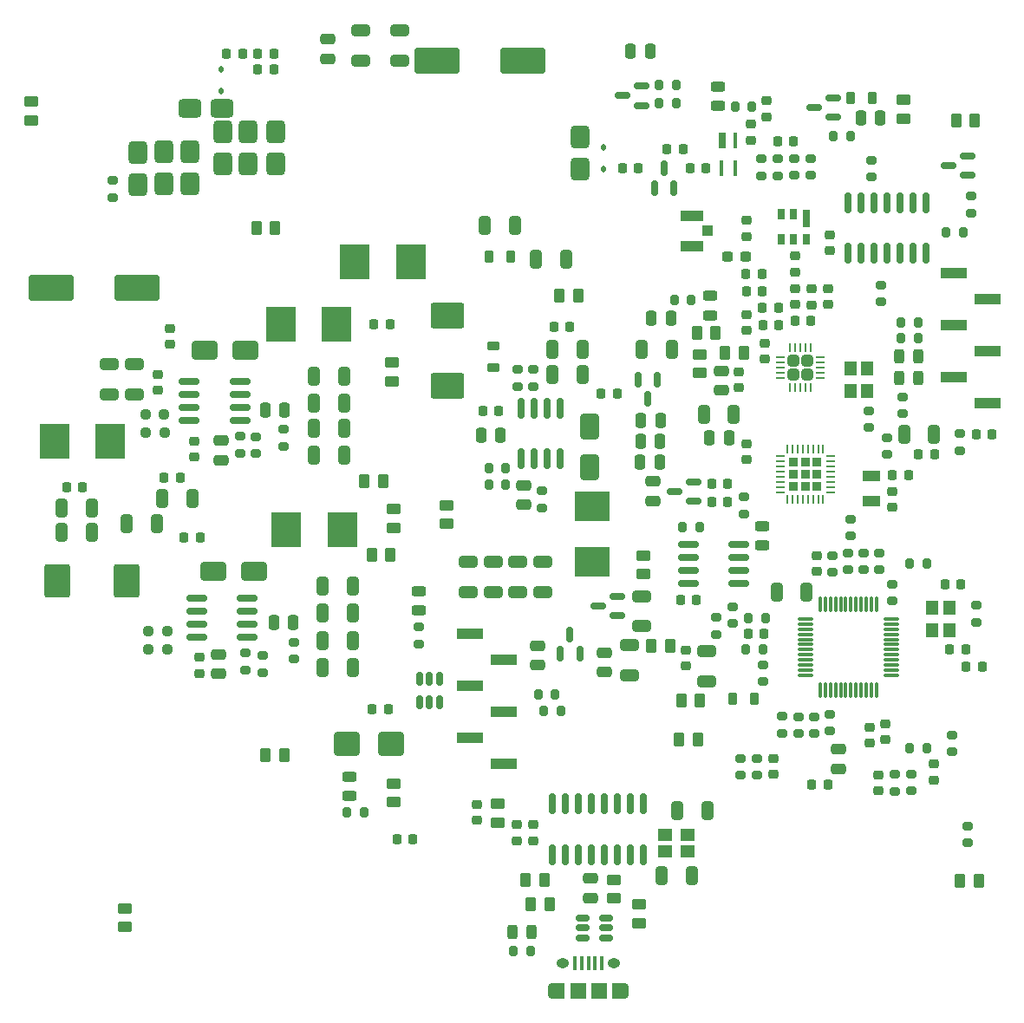
<source format=gtp>
G04 #@! TF.GenerationSoftware,KiCad,Pcbnew,8.0.5-8.0.5-0~ubuntu24.04.1*
G04 #@! TF.CreationDate,2024-10-06T19:53:36+03:00*
G04 #@! TF.ProjectId,TACNPR,5441434e-5052-42e6-9b69-6361645f7063,rev?*
G04 #@! TF.SameCoordinates,Original*
G04 #@! TF.FileFunction,Paste,Top*
G04 #@! TF.FilePolarity,Positive*
%FSLAX46Y46*%
G04 Gerber Fmt 4.6, Leading zero omitted, Abs format (unit mm)*
G04 Created by KiCad (PCBNEW 8.0.5-8.0.5-0~ubuntu24.04.1) date 2024-10-06 19:53:36*
%MOMM*%
%LPD*%
G01*
G04 APERTURE LIST*
G04 Aperture macros list*
%AMRoundRect*
0 Rectangle with rounded corners*
0 $1 Rounding radius*
0 $2 $3 $4 $5 $6 $7 $8 $9 X,Y pos of 4 corners*
0 Add a 4 corners polygon primitive as box body*
4,1,4,$2,$3,$4,$5,$6,$7,$8,$9,$2,$3,0*
0 Add four circle primitives for the rounded corners*
1,1,$1+$1,$2,$3*
1,1,$1+$1,$4,$5*
1,1,$1+$1,$6,$7*
1,1,$1+$1,$8,$9*
0 Add four rect primitives between the rounded corners*
20,1,$1+$1,$2,$3,$4,$5,0*
20,1,$1+$1,$4,$5,$6,$7,0*
20,1,$1+$1,$6,$7,$8,$9,0*
20,1,$1+$1,$8,$9,$2,$3,0*%
G04 Aperture macros list end*
%ADD10RoundRect,0.243750X0.243750X0.456250X-0.243750X0.456250X-0.243750X-0.456250X0.243750X-0.456250X0*%
%ADD11RoundRect,0.243750X0.456250X-0.243750X0.456250X0.243750X-0.456250X0.243750X-0.456250X-0.243750X0*%
%ADD12RoundRect,0.243750X-0.456250X0.243750X-0.456250X-0.243750X0.456250X-0.243750X0.456250X0.243750X0*%
%ADD13RoundRect,0.225000X-0.225000X-0.250000X0.225000X-0.250000X0.225000X0.250000X-0.225000X0.250000X0*%
%ADD14RoundRect,0.200000X0.275000X-0.200000X0.275000X0.200000X-0.275000X0.200000X-0.275000X-0.200000X0*%
%ADD15RoundRect,0.150000X0.825000X0.150000X-0.825000X0.150000X-0.825000X-0.150000X0.825000X-0.150000X0*%
%ADD16RoundRect,0.225000X0.250000X-0.225000X0.250000X0.225000X-0.250000X0.225000X-0.250000X-0.225000X0*%
%ADD17R,2.950000X3.500000*%
%ADD18RoundRect,0.250000X-0.325000X-0.650000X0.325000X-0.650000X0.325000X0.650000X-0.325000X0.650000X0*%
%ADD19RoundRect,0.250000X0.650000X-0.325000X0.650000X0.325000X-0.650000X0.325000X-0.650000X-0.325000X0*%
%ADD20RoundRect,0.225000X-0.250000X0.225000X-0.250000X-0.225000X0.250000X-0.225000X0.250000X0.225000X0*%
%ADD21RoundRect,0.250000X-0.475000X0.250000X-0.475000X-0.250000X0.475000X-0.250000X0.475000X0.250000X0*%
%ADD22RoundRect,0.250000X1.000000X0.650000X-1.000000X0.650000X-1.000000X-0.650000X1.000000X-0.650000X0*%
%ADD23RoundRect,0.237500X0.250000X0.237500X-0.250000X0.237500X-0.250000X-0.237500X0.250000X-0.237500X0*%
%ADD24RoundRect,0.200000X-0.275000X0.200000X-0.275000X-0.200000X0.275000X-0.200000X0.275000X0.200000X0*%
%ADD25RoundRect,0.150000X-0.825000X-0.150000X0.825000X-0.150000X0.825000X0.150000X-0.825000X0.150000X0*%
%ADD26RoundRect,0.250000X0.325000X0.650000X-0.325000X0.650000X-0.325000X-0.650000X0.325000X-0.650000X0*%
%ADD27RoundRect,0.250000X0.250000X0.475000X-0.250000X0.475000X-0.250000X-0.475000X0.250000X-0.475000X0*%
%ADD28RoundRect,0.225000X0.225000X0.250000X-0.225000X0.250000X-0.225000X-0.250000X0.225000X-0.250000X0*%
%ADD29R,3.500000X2.950000*%
%ADD30RoundRect,0.150000X-0.150000X0.825000X-0.150000X-0.825000X0.150000X-0.825000X0.150000X0.825000X0*%
%ADD31RoundRect,0.200000X0.200000X0.275000X-0.200000X0.275000X-0.200000X-0.275000X0.200000X-0.275000X0*%
%ADD32RoundRect,0.200000X-0.200000X-0.275000X0.200000X-0.275000X0.200000X0.275000X-0.200000X0.275000X0*%
%ADD33RoundRect,0.237500X-0.250000X-0.237500X0.250000X-0.237500X0.250000X0.237500X-0.250000X0.237500X0*%
%ADD34RoundRect,0.250000X0.450000X-0.262500X0.450000X0.262500X-0.450000X0.262500X-0.450000X-0.262500X0*%
%ADD35RoundRect,0.150000X0.150000X-0.512500X0.150000X0.512500X-0.150000X0.512500X-0.150000X-0.512500X0*%
%ADD36RoundRect,0.250000X-1.950000X-1.000000X1.950000X-1.000000X1.950000X1.000000X-1.950000X1.000000X0*%
%ADD37RoundRect,0.250000X-0.250000X-0.475000X0.250000X-0.475000X0.250000X0.475000X-0.250000X0.475000X0*%
%ADD38RoundRect,0.250000X-0.650000X0.325000X-0.650000X-0.325000X0.650000X-0.325000X0.650000X0.325000X0*%
%ADD39RoundRect,0.250000X0.650000X-1.000000X0.650000X1.000000X-0.650000X1.000000X-0.650000X-1.000000X0*%
%ADD40RoundRect,0.250000X0.262500X0.450000X-0.262500X0.450000X-0.262500X-0.450000X0.262500X-0.450000X0*%
%ADD41RoundRect,0.250000X-0.450000X0.262500X-0.450000X-0.262500X0.450000X-0.262500X0.450000X0.262500X0*%
%ADD42RoundRect,0.250000X0.475000X-0.250000X0.475000X0.250000X-0.475000X0.250000X-0.475000X-0.250000X0*%
%ADD43RoundRect,0.150000X0.587500X0.150000X-0.587500X0.150000X-0.587500X-0.150000X0.587500X-0.150000X0*%
%ADD44RoundRect,0.250000X-0.315000X0.315000X-0.315000X-0.315000X0.315000X-0.315000X0.315000X0.315000X0*%
%ADD45RoundRect,0.062500X-0.062500X0.362500X-0.062500X-0.362500X0.062500X-0.362500X0.062500X0.362500X0*%
%ADD46RoundRect,0.062500X-0.362500X0.062500X-0.362500X-0.062500X0.362500X-0.062500X0.362500X0.062500X0*%
%ADD47R,1.400000X1.150000*%
%ADD48RoundRect,0.150000X0.512500X0.150000X-0.512500X0.150000X-0.512500X-0.150000X0.512500X-0.150000X0*%
%ADD49RoundRect,0.150000X0.150000X-0.825000X0.150000X0.825000X-0.150000X0.825000X-0.150000X-0.825000X0*%
%ADD50RoundRect,0.250000X-0.262500X-0.450000X0.262500X-0.450000X0.262500X0.450000X-0.262500X0.450000X0*%
%ADD51RoundRect,0.218750X0.381250X-0.218750X0.381250X0.218750X-0.381250X0.218750X-0.381250X-0.218750X0*%
%ADD52RoundRect,0.340200X-0.559800X0.759800X-0.559800X-0.759800X0.559800X-0.759800X0.559800X0.759800X0*%
%ADD53RoundRect,0.112500X0.112500X-0.187500X0.112500X0.187500X-0.112500X0.187500X-0.112500X-0.187500X0*%
%ADD54RoundRect,0.218750X0.218750X0.256250X-0.218750X0.256250X-0.218750X-0.256250X0.218750X-0.256250X0*%
%ADD55RoundRect,0.150000X0.150000X-0.587500X0.150000X0.587500X-0.150000X0.587500X-0.150000X-0.587500X0*%
%ADD56R,2.510000X1.000000*%
%ADD57RoundRect,0.218750X-0.256250X0.218750X-0.256250X-0.218750X0.256250X-0.218750X0.256250X0.218750X0*%
%ADD58R,0.400000X1.500000*%
%ADD59R,0.770000X1.500000*%
%ADD60RoundRect,0.112500X-0.112500X0.187500X-0.112500X-0.187500X0.112500X-0.187500X0.112500X0.187500X0*%
%ADD61RoundRect,0.218750X-0.218750X-0.381250X0.218750X-0.381250X0.218750X0.381250X-0.218750X0.381250X0*%
%ADD62RoundRect,0.150000X-0.150000X0.587500X-0.150000X-0.587500X0.150000X-0.587500X0.150000X0.587500X0*%
%ADD63RoundRect,0.237500X0.300000X0.237500X-0.300000X0.237500X-0.300000X-0.237500X0.300000X-0.237500X0*%
%ADD64RoundRect,0.218750X-0.218750X-0.256250X0.218750X-0.256250X0.218750X0.256250X-0.218750X0.256250X0*%
%ADD65R,1.150000X1.400000*%
%ADD66R,0.650000X1.750000*%
%ADD67R,0.650000X1.000000*%
%ADD68RoundRect,0.218750X0.218750X0.381250X-0.218750X0.381250X-0.218750X-0.381250X0.218750X-0.381250X0*%
%ADD69RoundRect,0.250000X1.000000X-1.400000X1.000000X1.400000X-1.000000X1.400000X-1.000000X-1.400000X0*%
%ADD70RoundRect,0.250000X1.400000X1.000000X-1.400000X1.000000X-1.400000X-1.000000X1.400000X-1.000000X0*%
%ADD71RoundRect,0.340200X-0.759800X-0.559800X0.759800X-0.559800X0.759800X0.559800X-0.759800X0.559800X0*%
%ADD72RoundRect,0.340200X0.559800X-0.759800X0.559800X0.759800X-0.559800X0.759800X-0.559800X-0.759800X0*%
%ADD73R,1.050000X1.000000*%
%ADD74R,2.200000X1.050000*%
%ADD75O,0.890000X1.550000*%
%ADD76O,1.250000X0.950000*%
%ADD77R,0.400000X1.350000*%
%ADD78R,1.200000X1.550000*%
%ADD79R,1.500000X1.550000*%
%ADD80RoundRect,0.250000X1.000000X0.900000X-1.000000X0.900000X-1.000000X-0.900000X1.000000X-0.900000X0*%
%ADD81R,1.800000X1.000000*%
%ADD82RoundRect,0.232500X0.232500X0.232500X-0.232500X0.232500X-0.232500X-0.232500X0.232500X-0.232500X0*%
%ADD83RoundRect,0.062500X0.375000X0.062500X-0.375000X0.062500X-0.375000X-0.062500X0.375000X-0.062500X0*%
%ADD84RoundRect,0.062500X0.062500X0.375000X-0.062500X0.375000X-0.062500X-0.375000X0.062500X-0.375000X0*%
%ADD85RoundRect,0.075000X-0.662500X-0.075000X0.662500X-0.075000X0.662500X0.075000X-0.662500X0.075000X0*%
%ADD86RoundRect,0.075000X-0.075000X-0.662500X0.075000X-0.662500X0.075000X0.662500X-0.075000X0.662500X0*%
%ADD87R,1.200000X1.400000*%
G04 APERTURE END LIST*
D10*
X178788300Y-71932800D03*
X176913300Y-71932800D03*
D11*
X158496000Y-67917300D03*
X158496000Y-66042300D03*
X163576000Y-90421700D03*
X163576000Y-88546700D03*
D10*
X178762900Y-74041000D03*
X176887900Y-74041000D03*
D12*
X123266200Y-112981500D03*
X123266200Y-114856500D03*
X159207200Y-45620700D03*
X159207200Y-47495700D03*
D10*
X141043900Y-128193800D03*
X139168900Y-128193800D03*
D12*
X130048000Y-94884000D03*
X130048000Y-96759000D03*
D13*
X155562000Y-95758000D03*
X157112000Y-95758000D03*
D14*
X172182000Y-89501000D03*
X172182000Y-87851000D03*
D15*
X161275800Y-94132400D03*
X161275800Y-92862400D03*
X161275800Y-91592400D03*
X161275800Y-90322400D03*
X156325800Y-90322400D03*
X156325800Y-91592400D03*
X156325800Y-92862400D03*
X156325800Y-94132400D03*
D16*
X162052000Y-82042000D03*
X162052000Y-80492000D03*
D17*
X94430000Y-80264000D03*
X99880000Y-80264000D03*
D18*
X95172000Y-89154000D03*
X98122000Y-89154000D03*
D19*
X99745800Y-75681100D03*
X99745800Y-72731100D03*
D16*
X104521000Y-75260500D03*
X104521000Y-73710500D03*
D20*
X108066840Y-80240840D03*
X108066840Y-81790840D03*
D21*
X110744000Y-80167440D03*
X110744000Y-82067440D03*
D18*
X143038300Y-73682860D03*
X145988300Y-73682860D03*
D22*
X113107220Y-71368920D03*
X109107220Y-71368920D03*
D23*
X105184580Y-79375000D03*
X103359580Y-79375000D03*
D24*
X116840000Y-79058000D03*
X116840000Y-80708000D03*
X112593120Y-79738720D03*
X112593120Y-81388720D03*
D25*
X107608600Y-74409300D03*
X107608600Y-75679300D03*
X107608600Y-76949300D03*
X107608600Y-78219300D03*
X112558600Y-78219300D03*
X112558600Y-76949300D03*
X112558600Y-75679300D03*
X112558600Y-74409300D03*
D17*
X116520380Y-68834000D03*
X121970380Y-68834000D03*
D26*
X122732060Y-78999080D03*
X119782060Y-78999080D03*
X122729520Y-76464160D03*
X119779520Y-76464160D03*
X122706660Y-81551780D03*
X119756660Y-81551780D03*
X122714280Y-73914000D03*
X119764280Y-73914000D03*
D21*
X140223240Y-84541320D03*
X140223240Y-86441320D03*
D27*
X137983000Y-79644240D03*
X136083000Y-79644240D03*
D14*
X141157960Y-74860920D03*
X141157960Y-73210920D03*
D28*
X137813080Y-77282040D03*
X136263080Y-77282040D03*
D24*
X139684760Y-73216000D03*
X139684760Y-74866000D03*
D29*
X146964400Y-86581400D03*
X146964400Y-92031400D03*
D13*
X143227760Y-69016880D03*
X144777760Y-69016880D03*
D30*
X143832580Y-77004140D03*
X142562580Y-77004140D03*
X141292580Y-77004140D03*
X140022580Y-77004140D03*
X140022580Y-81954140D03*
X141292580Y-81954140D03*
X142562580Y-81954140D03*
X143832580Y-81954140D03*
D18*
X143066240Y-71231760D03*
X146016240Y-71231760D03*
D31*
X138508240Y-82839560D03*
X136858240Y-82839560D03*
D32*
X136840460Y-84488020D03*
X138490460Y-84488020D03*
D19*
X102247700Y-75681100D03*
X102247700Y-72731100D03*
D33*
X103329100Y-77609700D03*
X105154100Y-77609700D03*
D34*
X127558800Y-115466500D03*
X127558800Y-113641500D03*
D32*
X141669000Y-104952800D03*
X143319000Y-104952800D03*
D35*
X130114000Y-105683900D03*
X131064000Y-105683900D03*
X132014000Y-105683900D03*
X132014000Y-103408900D03*
X131064000Y-103408900D03*
X130114000Y-103408900D03*
D36*
X94098000Y-65278000D03*
X102498000Y-65278000D03*
D24*
X130048000Y-98362000D03*
X130048000Y-100012000D03*
X113111280Y-100927400D03*
X113111280Y-102577400D03*
D14*
X114757200Y-102831400D03*
X114757200Y-101181400D03*
D13*
X105143000Y-83820000D03*
X106693000Y-83820000D03*
D20*
X108574840Y-101333000D03*
X108574840Y-102883000D03*
D28*
X108636100Y-89608660D03*
X107086100Y-89608660D03*
D26*
X123552480Y-94335600D03*
X120602480Y-94335600D03*
D37*
X115864600Y-97891600D03*
X117764600Y-97891600D03*
D21*
X110490000Y-101031000D03*
X110490000Y-102931000D03*
D26*
X123587300Y-99689920D03*
X120637300Y-99689920D03*
X123585500Y-102306120D03*
X120635500Y-102306120D03*
X104472000Y-88265000D03*
X101522000Y-88265000D03*
D18*
X104951000Y-85852000D03*
X107901000Y-85852000D03*
D26*
X123570260Y-97017840D03*
X120620260Y-97017840D03*
D22*
X113937800Y-92925900D03*
X109937800Y-92925900D03*
D33*
X103636440Y-98806000D03*
X105461440Y-98806000D03*
D24*
X117805200Y-99860600D03*
X117805200Y-101510600D03*
D17*
X117094000Y-88900000D03*
X122544000Y-88900000D03*
D25*
X108307100Y-95542100D03*
X108307100Y-96812100D03*
X108307100Y-98082100D03*
X108307100Y-99352100D03*
X113257100Y-99352100D03*
X113257100Y-98082100D03*
X113257100Y-96812100D03*
X113257100Y-95542100D03*
D23*
X105448740Y-100545900D03*
X103623740Y-100545900D03*
D28*
X160147600Y-86143800D03*
X158597600Y-86143800D03*
D14*
X142036800Y-86727800D03*
X142036800Y-85077800D03*
D34*
X127533400Y-88669500D03*
X127533400Y-86844500D03*
D38*
X134874000Y-91994460D03*
X134874000Y-94944460D03*
X137287000Y-91997000D03*
X137287000Y-94947000D03*
X142113000Y-91997000D03*
X142113000Y-94947000D03*
D37*
X115001000Y-77216000D03*
X116901000Y-77216000D03*
D28*
X149365000Y-75590400D03*
X147815000Y-75590400D03*
X127026000Y-106426000D03*
X125476000Y-106426000D03*
D19*
X124307600Y-43029400D03*
X124307600Y-40079400D03*
D39*
X146705320Y-82759300D03*
X146705320Y-78759300D03*
D38*
X139700000Y-92002080D03*
X139700000Y-94952080D03*
D14*
X114071400Y-81424280D03*
X114071400Y-79774280D03*
D18*
X95108500Y-86741000D03*
X98058500Y-86741000D03*
D40*
X126525660Y-84165440D03*
X124700660Y-84165440D03*
X127252100Y-91363800D03*
X125427100Y-91363800D03*
D41*
X132715000Y-86463500D03*
X132715000Y-88288500D03*
D20*
X162026600Y-67843100D03*
X162026600Y-69393100D03*
D42*
X159542480Y-75245000D03*
X159542480Y-73345000D03*
D32*
X123013200Y-116484400D03*
X124663200Y-116484400D03*
D37*
X150688000Y-42164000D03*
X152588000Y-42164000D03*
D17*
X129217000Y-62738000D03*
X123767000Y-62738000D03*
D21*
X148107000Y-100876000D03*
X148107000Y-102776000D03*
D38*
X151739600Y-95349800D03*
X151739600Y-98299800D03*
D37*
X158409600Y-79857600D03*
X160309600Y-79857600D03*
D18*
X157835600Y-77622400D03*
X160785600Y-77622400D03*
D43*
X149375100Y-97266800D03*
X149375100Y-95366800D03*
X147500100Y-96316800D03*
D44*
X167909000Y-72375000D03*
X166609000Y-72375000D03*
X167909000Y-73675000D03*
X166609000Y-73675000D03*
D45*
X168259000Y-71100000D03*
X167759000Y-71100000D03*
X167259000Y-71100000D03*
X166759000Y-71100000D03*
X166259000Y-71100000D03*
D46*
X165334000Y-72025000D03*
X165334000Y-72525000D03*
X165334000Y-73025000D03*
X165334000Y-73525000D03*
X165334000Y-74025000D03*
D45*
X166259000Y-74950000D03*
X166759000Y-74950000D03*
X167259000Y-74950000D03*
X167759000Y-74950000D03*
X168259000Y-74950000D03*
D46*
X169184000Y-74025000D03*
X169184000Y-73525000D03*
X169184000Y-73025000D03*
X169184000Y-72525000D03*
X169184000Y-72025000D03*
D16*
X161290000Y-75014120D03*
X161290000Y-73464120D03*
X141224000Y-119240600D03*
X141224000Y-117690600D03*
X139573000Y-119240600D03*
X139573000Y-117690600D03*
D21*
X141579600Y-100192800D03*
X141579600Y-102092800D03*
D32*
X142227800Y-106578400D03*
X143877800Y-106578400D03*
D38*
X150582000Y-100121000D03*
X150582000Y-103071000D03*
D47*
X156294000Y-118707000D03*
X154094000Y-118707000D03*
X154094000Y-120307000D03*
X156294000Y-120307000D03*
D48*
X148330500Y-128712000D03*
X148330500Y-127762000D03*
X148330500Y-126812000D03*
X146055500Y-126812000D03*
X146055500Y-127762000D03*
X146055500Y-128712000D03*
D18*
X153719000Y-122682000D03*
X156669000Y-122682000D03*
D49*
X143078200Y-120610400D03*
X144348200Y-120610400D03*
X145618200Y-120610400D03*
X146888200Y-120610400D03*
X148158200Y-120610400D03*
X149428200Y-120610400D03*
X150698200Y-120610400D03*
X151968200Y-120610400D03*
X151968200Y-115660400D03*
X150698200Y-115660400D03*
X149428200Y-115660400D03*
X148158200Y-115660400D03*
X146888200Y-115660400D03*
X145618200Y-115660400D03*
X144348200Y-115660400D03*
X143078200Y-115660400D03*
D41*
X151511000Y-125452500D03*
X151511000Y-127277500D03*
D16*
X135686800Y-117259400D03*
X135686800Y-115709400D03*
D32*
X139281400Y-130048000D03*
X140931400Y-130048000D03*
D42*
X146761200Y-124825800D03*
X146761200Y-122925800D03*
D50*
X140438500Y-123063000D03*
X142263500Y-123063000D03*
X140946500Y-125476000D03*
X142771500Y-125476000D03*
D18*
X155243000Y-116332000D03*
X158193000Y-116332000D03*
D41*
X149098000Y-123039500D03*
X149098000Y-124864500D03*
D51*
X137287000Y-73071500D03*
X137287000Y-70946500D03*
D28*
X127201000Y-68834000D03*
X125651000Y-68834000D03*
D36*
X131791600Y-43078400D03*
X140191600Y-43078400D03*
D52*
X102616000Y-52031500D03*
X102616000Y-55156500D03*
D13*
X95618000Y-84709000D03*
X97168000Y-84709000D03*
D20*
X105740200Y-69227400D03*
X105740200Y-70777400D03*
D31*
X157416000Y-88646000D03*
X155766000Y-88646000D03*
D53*
X110744000Y-46008000D03*
X110744000Y-43908000D03*
D54*
X112801500Y-42418000D03*
X111226500Y-42418000D03*
D41*
X151917400Y-91391100D03*
X151917400Y-93216100D03*
D14*
X161798000Y-87337400D03*
X161798000Y-85687400D03*
D55*
X143830000Y-100962700D03*
X145730000Y-100962700D03*
X144780000Y-99087700D03*
D32*
X177127400Y-70154800D03*
X178777400Y-70154800D03*
D20*
X163776660Y-70621860D03*
X163776660Y-72171860D03*
D43*
X183614300Y-54239200D03*
X183614300Y-52339200D03*
X181739300Y-53289200D03*
X170482500Y-48575000D03*
X170482500Y-46675000D03*
X168607500Y-47625000D03*
D32*
X153505400Y-47244000D03*
X155155400Y-47244000D03*
D24*
X183946800Y-56286400D03*
X183946800Y-57936400D03*
D16*
X163982400Y-48527000D03*
X163982400Y-46977000D03*
D13*
X127901400Y-119126000D03*
X129451400Y-119126000D03*
D56*
X138277600Y-111760000D03*
X134967600Y-109220000D03*
X138277600Y-106680000D03*
X134967600Y-104140000D03*
X138277600Y-101600000D03*
X134967600Y-99060000D03*
D57*
X162458400Y-49275900D03*
X162458400Y-50850900D03*
D16*
X170180000Y-61633400D03*
X170180000Y-60083400D03*
D49*
X171894500Y-61898300D03*
X173164500Y-61898300D03*
X174434500Y-61898300D03*
X175704500Y-61898300D03*
X176974500Y-61898300D03*
X178244500Y-61898300D03*
X179514500Y-61898300D03*
X179514500Y-56948300D03*
X178244500Y-56948300D03*
X176974500Y-56948300D03*
X175704500Y-56948300D03*
X174434500Y-56948300D03*
X173164500Y-56948300D03*
X171894500Y-56948300D03*
D52*
X145796000Y-50520200D03*
X145796000Y-53645200D03*
D13*
X149910500Y-53530500D03*
X151460500Y-53530500D03*
X156514500Y-53530500D03*
X158064500Y-53530500D03*
D24*
X100126800Y-54750200D03*
X100126800Y-56400200D03*
D58*
X160875500Y-50870500D03*
D59*
X159670500Y-50870500D03*
D58*
X159575500Y-53530500D03*
X160875500Y-53530500D03*
D60*
X148082000Y-51528000D03*
X148082000Y-53628000D03*
D43*
X151813500Y-47432000D03*
X151813500Y-45532000D03*
X149938500Y-46482000D03*
D18*
X141476200Y-62433200D03*
X144426200Y-62433200D03*
D26*
X139397000Y-59182000D03*
X136447000Y-59182000D03*
D61*
X136859500Y-62230000D03*
X138984500Y-62230000D03*
D32*
X153505400Y-45466000D03*
X155155400Y-45466000D03*
D24*
X174244000Y-52769000D03*
X174244000Y-54419000D03*
D43*
X156855400Y-86090800D03*
X156855400Y-84190800D03*
X154980400Y-85140800D03*
D37*
X151691300Y-80264000D03*
X153591300Y-80264000D03*
X152732700Y-68199000D03*
X154632700Y-68199000D03*
D18*
X151777700Y-71247000D03*
X154727700Y-71247000D03*
D62*
X153299200Y-74246500D03*
X151399200Y-74246500D03*
X152349200Y-76121500D03*
D37*
X151643000Y-82296000D03*
X153543000Y-82296000D03*
X151701500Y-78206600D03*
X153601500Y-78206600D03*
D31*
X156603200Y-66395600D03*
X154953200Y-66395600D03*
D40*
X161745300Y-71628000D03*
X159920300Y-71628000D03*
D63*
X161898500Y-62230000D03*
X160173500Y-62230000D03*
D20*
X166738300Y-62153500D03*
X166738300Y-63703500D03*
D16*
X166738300Y-66891200D03*
X166738300Y-65341200D03*
D57*
X168363900Y-65333780D03*
X168363900Y-66908780D03*
D64*
X166722960Y-68483480D03*
X168297960Y-68483480D03*
D40*
X159002100Y-69672200D03*
X157177100Y-69672200D03*
D54*
X165189000Y-68846700D03*
X163614000Y-68846700D03*
D16*
X162052000Y-60211000D03*
X162052000Y-58661000D03*
D34*
X137718800Y-117447700D03*
X137718800Y-115622700D03*
D32*
X170523400Y-50444400D03*
X172173400Y-50444400D03*
D65*
X172174000Y-73118800D03*
X172174000Y-75318800D03*
X173774000Y-75318800D03*
X173774000Y-73118800D03*
D24*
X165061900Y-52641500D03*
X165061900Y-54291500D03*
D14*
X168313100Y-54266600D03*
X168313100Y-52616600D03*
D55*
X153037500Y-55468000D03*
X154937500Y-55468000D03*
X153987500Y-53593000D03*
D66*
X167824000Y-58459000D03*
D67*
X166624000Y-58084000D03*
X165424000Y-58084000D03*
X165424000Y-60534000D03*
X166624000Y-60534000D03*
X167824000Y-60534000D03*
D24*
X166674800Y-52616600D03*
X166674800Y-54266600D03*
D28*
X160147600Y-84365800D03*
X158597600Y-84365800D03*
D34*
X92202000Y-48867700D03*
X92202000Y-47042700D03*
D40*
X184300500Y-48895000D03*
X182475500Y-48895000D03*
D50*
X143764000Y-66040000D03*
X145589000Y-66040000D03*
D41*
X101346000Y-125833500D03*
X101346000Y-127658500D03*
D40*
X116894500Y-110851000D03*
X115069500Y-110851000D03*
X184694500Y-123176000D03*
X182869500Y-123176000D03*
D34*
X157480000Y-73556500D03*
X157480000Y-71731500D03*
D52*
X105156000Y-51993000D03*
X105156000Y-55118000D03*
D64*
X154228600Y-51714400D03*
X155803600Y-51714400D03*
D27*
X175092400Y-48666400D03*
X173192400Y-48666400D03*
D68*
X174290500Y-46736000D03*
X172165500Y-46736000D03*
D69*
X94673000Y-93853000D03*
X101473000Y-93853000D03*
D70*
X132842000Y-74774000D03*
X132842000Y-67974000D03*
D40*
X157264500Y-109346000D03*
X155439500Y-109346000D03*
X115974500Y-59436000D03*
X114149500Y-59436000D03*
D52*
X107696000Y-51993000D03*
X107696000Y-55118000D03*
D42*
X121158000Y-42860000D03*
X121158000Y-40960000D03*
D54*
X115849500Y-42418000D03*
X114274500Y-42418000D03*
D13*
X114287000Y-43942000D03*
X115837000Y-43942000D03*
D14*
X175133000Y-66611000D03*
X175133000Y-64961000D03*
D34*
X177342800Y-48715300D03*
X177342800Y-46890300D03*
D71*
X107696000Y-47752000D03*
X110821000Y-47752000D03*
D19*
X128117600Y-43029400D03*
X128117600Y-40079400D03*
D52*
X113347500Y-49999500D03*
X113347500Y-53124500D03*
D72*
X110871000Y-53124500D03*
X110871000Y-49999500D03*
D20*
X169938700Y-65328500D03*
X169938700Y-66878500D03*
D64*
X163565840Y-67157600D03*
X165140840Y-67157600D03*
D28*
X163525800Y-65565020D03*
X161975800Y-65565020D03*
D64*
X161950400Y-63906400D03*
X163525400Y-63906400D03*
D28*
X166598600Y-50914300D03*
X165048600Y-50914300D03*
D24*
X163474400Y-52642000D03*
X163474400Y-54292000D03*
D73*
X158217600Y-59688200D03*
D74*
X156692600Y-61163200D03*
X156692600Y-58213200D03*
D75*
X143083400Y-133888000D03*
D76*
X144083400Y-131188000D03*
X149083400Y-131188000D03*
D75*
X150083400Y-133888000D03*
D77*
X145283400Y-131188000D03*
X145933400Y-131188000D03*
X146583400Y-131188000D03*
X147233400Y-131188000D03*
X147883400Y-131188000D03*
D78*
X143683400Y-133888000D03*
D79*
X145583400Y-133888000D03*
X147583400Y-133888000D03*
D78*
X149483400Y-133888000D03*
D52*
X116078000Y-50038000D03*
X116078000Y-53163000D03*
D80*
X127266700Y-109778800D03*
X122966700Y-109778800D03*
D41*
X127355600Y-72544300D03*
X127355600Y-74369300D03*
D28*
X182943800Y-94234000D03*
X181393800Y-94234000D03*
D13*
X181851000Y-100584000D03*
X183401000Y-100584000D03*
D20*
X174052000Y-108141000D03*
X174052000Y-109691000D03*
X156082000Y-100621000D03*
X156082000Y-102171000D03*
X175582000Y-107801000D03*
X175582000Y-109351000D03*
D21*
X171020500Y-110302000D03*
X171020500Y-112202000D03*
D38*
X158082000Y-100726000D03*
X158082000Y-103676000D03*
D18*
X164945800Y-94945200D03*
X167895800Y-94945200D03*
D20*
X174882000Y-112801000D03*
X174882000Y-114351000D03*
D16*
X164682000Y-112751000D03*
X164682000Y-111201000D03*
D28*
X169939000Y-113792000D03*
X168389000Y-113792000D03*
D24*
X184482000Y-96251000D03*
X184482000Y-97901000D03*
D14*
X176276000Y-95821000D03*
X176276000Y-94171000D03*
X175006000Y-92798500D03*
X175006000Y-91148500D03*
D24*
X170434000Y-91377000D03*
X170434000Y-93027000D03*
X171958000Y-91123000D03*
X171958000Y-92773000D03*
X173482000Y-91123000D03*
X173482000Y-92773000D03*
X163626800Y-102045000D03*
X163626800Y-103695000D03*
D14*
X165455600Y-108724200D03*
X165455600Y-107074200D03*
D32*
X162197000Y-97486000D03*
X163847000Y-97486000D03*
X161957000Y-100576000D03*
X163607000Y-100576000D03*
D31*
X179607000Y-110176000D03*
X177957000Y-110176000D03*
D24*
X168656000Y-107125000D03*
X168656000Y-108775000D03*
X163068000Y-111189000D03*
X163068000Y-112839000D03*
X160662000Y-96361000D03*
X160662000Y-98011000D03*
X176482000Y-112751000D03*
X176482000Y-114401000D03*
X170180000Y-106871000D03*
X170180000Y-108521000D03*
X183642000Y-117818500D03*
X183642000Y-119468500D03*
X182118000Y-108903000D03*
X182118000Y-110553000D03*
D32*
X177965500Y-92202000D03*
X179615500Y-92202000D03*
D20*
X168882000Y-91401000D03*
X168882000Y-92951000D03*
D81*
X174244000Y-86086000D03*
X174244000Y-83586000D03*
D16*
X176276000Y-86701000D03*
X176276000Y-85151000D03*
D13*
X176263000Y-83566000D03*
X177813000Y-83566000D03*
D28*
X185991800Y-79552800D03*
X184441800Y-79552800D03*
D14*
X175768000Y-81534000D03*
X175768000Y-79884000D03*
X173939200Y-78904600D03*
X173939200Y-77254600D03*
X182829200Y-81139800D03*
X182829200Y-79489800D03*
D24*
X177266600Y-75883000D03*
X177266600Y-77533000D03*
D18*
X177391800Y-79552800D03*
X180341800Y-79552800D03*
D21*
X152908000Y-84140000D03*
X152908000Y-86040000D03*
D13*
X178803000Y-81534000D03*
X180353000Y-81534000D03*
D82*
X168910000Y-84596000D03*
X168910000Y-83446000D03*
X168910000Y-82296000D03*
X167760000Y-84596000D03*
X167760000Y-83446000D03*
X167760000Y-82296000D03*
X166610000Y-84596000D03*
X166610000Y-83446000D03*
X166610000Y-82296000D03*
D83*
X170197500Y-85196000D03*
X170197500Y-84696000D03*
X170197500Y-84196000D03*
X170197500Y-83696000D03*
X170197500Y-83196000D03*
X170197500Y-82696000D03*
X170197500Y-82196000D03*
X170197500Y-81696000D03*
D84*
X169510000Y-81008500D03*
X169010000Y-81008500D03*
X168510000Y-81008500D03*
X168010000Y-81008500D03*
X167510000Y-81008500D03*
X167010000Y-81008500D03*
X166510000Y-81008500D03*
X166010000Y-81008500D03*
D83*
X165322500Y-81696000D03*
X165322500Y-82196000D03*
X165322500Y-82696000D03*
X165322500Y-83196000D03*
X165322500Y-83696000D03*
X165322500Y-84196000D03*
X165322500Y-84696000D03*
X165322500Y-85196000D03*
D84*
X166010000Y-85883500D03*
X166510000Y-85883500D03*
X167010000Y-85883500D03*
X167510000Y-85883500D03*
X168010000Y-85883500D03*
X168510000Y-85883500D03*
X169010000Y-85883500D03*
X169510000Y-85883500D03*
D16*
X180289200Y-113297000D03*
X180289200Y-111747000D03*
D85*
X167795500Y-97580000D03*
X167795500Y-98080000D03*
X167795500Y-98580000D03*
X167795500Y-99080000D03*
X167795500Y-99580000D03*
X167795500Y-100080000D03*
X167795500Y-100580000D03*
X167795500Y-101080000D03*
X167795500Y-101580000D03*
X167795500Y-102080000D03*
X167795500Y-102580000D03*
X167795500Y-103080000D03*
D86*
X169208000Y-104492500D03*
X169708000Y-104492500D03*
X170208000Y-104492500D03*
X170708000Y-104492500D03*
X171208000Y-104492500D03*
X171708000Y-104492500D03*
X172208000Y-104492500D03*
X172708000Y-104492500D03*
X173208000Y-104492500D03*
X173708000Y-104492500D03*
X174208000Y-104492500D03*
X174708000Y-104492500D03*
D85*
X176120500Y-103080000D03*
X176120500Y-102580000D03*
X176120500Y-102080000D03*
X176120500Y-101580000D03*
X176120500Y-101080000D03*
X176120500Y-100580000D03*
X176120500Y-100080000D03*
X176120500Y-99580000D03*
X176120500Y-99080000D03*
X176120500Y-98580000D03*
X176120500Y-98080000D03*
X176120500Y-97580000D03*
D86*
X174708000Y-96167500D03*
X174208000Y-96167500D03*
X173708000Y-96167500D03*
X173208000Y-96167500D03*
X172708000Y-96167500D03*
X172208000Y-96167500D03*
X171708000Y-96167500D03*
X171208000Y-96167500D03*
X170708000Y-96167500D03*
X170208000Y-96167500D03*
X169708000Y-96167500D03*
X169208000Y-96167500D03*
D87*
X181864000Y-98720000D03*
X181864000Y-96520000D03*
X180164000Y-96520000D03*
X180164000Y-98720000D03*
D32*
X177127400Y-68630800D03*
X178777400Y-68630800D03*
D24*
X167081200Y-107125000D03*
X167081200Y-108775000D03*
X159082000Y-97451000D03*
X159082000Y-99101000D03*
D13*
X183457000Y-102216000D03*
X185007000Y-102216000D03*
D24*
X178112000Y-112701000D03*
X178112000Y-114351000D03*
X161391600Y-111189000D03*
X161391600Y-112839000D03*
D40*
X154544500Y-100176000D03*
X152719500Y-100176000D03*
D61*
X160657000Y-105376000D03*
X162782000Y-105376000D03*
D32*
X160896800Y-47523400D03*
X162546800Y-47523400D03*
D40*
X157464500Y-105566000D03*
X155639500Y-105566000D03*
D28*
X163747000Y-99046000D03*
X162197000Y-99046000D03*
D31*
X183146200Y-59791600D03*
X181496200Y-59791600D03*
D56*
X182219600Y-63804800D03*
X185529600Y-66344800D03*
X182219600Y-68884800D03*
X185529600Y-71424800D03*
X182219600Y-73964800D03*
X185529600Y-76504800D03*
M02*

</source>
